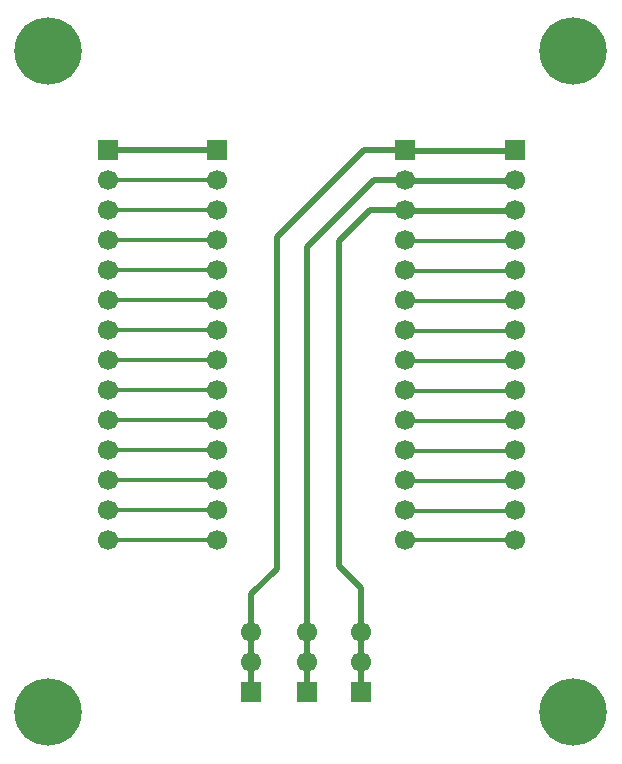
<source format=gbr>
%TF.GenerationSoftware,KiCad,Pcbnew,9.0.6*%
%TF.CreationDate,2025-12-16T16:23:58-03:00*%
%TF.ProjectId,shield teensy_v3,73686965-6c64-4207-9465-656e73795f76,rev?*%
%TF.SameCoordinates,Original*%
%TF.FileFunction,Copper,L1,Top*%
%TF.FilePolarity,Positive*%
%FSLAX46Y46*%
G04 Gerber Fmt 4.6, Leading zero omitted, Abs format (unit mm)*
G04 Created by KiCad (PCBNEW 9.0.6) date 2025-12-16 16:23:58*
%MOMM*%
%LPD*%
G01*
G04 APERTURE LIST*
%TA.AperFunction,ComponentPad*%
%ADD10R,1.700000X1.700000*%
%TD*%
%TA.AperFunction,ComponentPad*%
%ADD11C,1.700000*%
%TD*%
%TA.AperFunction,ComponentPad*%
%ADD12C,5.700000*%
%TD*%
%TA.AperFunction,Conductor*%
%ADD13C,0.500000*%
%TD*%
%TA.AperFunction,Conductor*%
%ADD14C,0.300000*%
%TD*%
G04 APERTURE END LIST*
D10*
%TO.P,J2,1,Pin_1*%
%TO.N,+5V*%
X180370000Y-77025000D03*
D11*
%TO.P,J2,2,Pin_2*%
%TO.N,GND1*%
X180370000Y-79565000D03*
%TO.P,J2,3,Pin_3*%
%TO.N,+3.3V*%
X180370000Y-82105000D03*
%TO.P,J2,4,Pin_4*%
%TO.N,Net-(J2-Pin_4)*%
X180370000Y-84645000D03*
%TO.P,J2,5,Pin_5*%
%TO.N,Net-(J2-Pin_5)*%
X180370000Y-87185000D03*
%TO.P,J2,6,Pin_6*%
%TO.N,Net-(J2-Pin_6)*%
X180370000Y-89725000D03*
%TO.P,J2,7,Pin_7*%
%TO.N,Net-(J2-Pin_7)*%
X180370000Y-92265000D03*
%TO.P,J2,8,Pin_8*%
%TO.N,Net-(J2-Pin_8)*%
X180370000Y-94805000D03*
%TO.P,J2,9,Pin_9*%
%TO.N,Net-(J2-Pin_9)*%
X180370000Y-97345000D03*
%TO.P,J2,10,Pin_10*%
%TO.N,Net-(J2-Pin_10)*%
X180370000Y-99885000D03*
%TO.P,J2,11,Pin_11*%
%TO.N,Net-(J2-Pin_11)*%
X180370000Y-102425000D03*
%TO.P,J2,12,Pin_12*%
%TO.N,Net-(J2-Pin_12)*%
X180370000Y-104965000D03*
%TO.P,J2,13,Pin_13*%
%TO.N,Net-(J2-Pin_13)*%
X180370000Y-107505000D03*
%TO.P,J2,14,Pin_14*%
%TO.N,Net-(J2-Pin_14)*%
X180370000Y-110045000D03*
%TD*%
D10*
%TO.P,J1,1,Pin_1*%
%TO.N,GND*%
X164456191Y-77025000D03*
D11*
%TO.P,J1,2,Pin_2*%
%TO.N,Net-(J1-Pin_2)*%
X164456191Y-79565000D03*
%TO.P,J1,3,Pin_3*%
%TO.N,Net-(J1-Pin_3)*%
X164456191Y-82105000D03*
%TO.P,J1,4,Pin_4*%
%TO.N,Net-(J1-Pin_4)*%
X164456191Y-84645000D03*
%TO.P,J1,5,Pin_5*%
%TO.N,Net-(J1-Pin_5)*%
X164456191Y-87185000D03*
%TO.P,J1,6,Pin_6*%
%TO.N,Net-(J1-Pin_6)*%
X164456191Y-89725000D03*
%TO.P,J1,7,Pin_7*%
%TO.N,Net-(J1-Pin_7)*%
X164456191Y-92265000D03*
%TO.P,J1,8,Pin_8*%
%TO.N,Net-(J1-Pin_8)*%
X164456191Y-94805000D03*
%TO.P,J1,9,Pin_9*%
%TO.N,Net-(J1-Pin_9)*%
X164456191Y-97345000D03*
%TO.P,J1,10,Pin_10*%
%TO.N,Net-(J1-Pin_10)*%
X164456191Y-99885000D03*
%TO.P,J1,11,Pin_11*%
%TO.N,Net-(J1-Pin_11)*%
X164456191Y-102425000D03*
%TO.P,J1,12,Pin_12*%
%TO.N,Net-(J1-Pin_12)*%
X164456191Y-104965000D03*
%TO.P,J1,13,Pin_13*%
%TO.N,Net-(J1-Pin_13)*%
X164456191Y-107505000D03*
%TO.P,J1,14,Pin_14*%
%TO.N,Net-(J1-Pin_14)*%
X164456191Y-110045000D03*
%TD*%
D10*
%TO.P,J6,1,Pin_1*%
%TO.N,+5V*%
X167390000Y-122940000D03*
D11*
%TO.P,J6,2,Pin_2*%
X167390000Y-120400000D03*
%TO.P,J6,3,Pin_3*%
X167390000Y-117860000D03*
%TD*%
D10*
%TO.P,J7,1,Pin_1*%
%TO.N,+3.3V*%
X176680000Y-122940000D03*
D11*
%TO.P,J7,2,Pin_2*%
X176680000Y-120400000D03*
%TO.P,J7,3,Pin_3*%
X176680000Y-117860000D03*
%TD*%
D10*
%TO.P,J5,1,Pin_1*%
%TO.N,GND1*%
X172080000Y-122940000D03*
D11*
%TO.P,J5,2,Pin_2*%
X172080000Y-120400000D03*
%TO.P,J5,3,Pin_3*%
X172080000Y-117860000D03*
%TD*%
D10*
%TO.P,J4,1,Pin_1*%
%TO.N,+5V*%
X189720715Y-77025000D03*
D11*
%TO.P,J4,2,Pin_2*%
%TO.N,GND1*%
X189720715Y-79565000D03*
%TO.P,J4,3,Pin_3*%
%TO.N,+3.3V*%
X189720715Y-82105000D03*
%TO.P,J4,4,Pin_4*%
%TO.N,Net-(J2-Pin_4)*%
X189720715Y-84645000D03*
%TO.P,J4,5,Pin_5*%
%TO.N,Net-(J2-Pin_5)*%
X189720715Y-87185000D03*
%TO.P,J4,6,Pin_6*%
%TO.N,Net-(J2-Pin_6)*%
X189720715Y-89725000D03*
%TO.P,J4,7,Pin_7*%
%TO.N,Net-(J2-Pin_7)*%
X189720715Y-92265000D03*
%TO.P,J4,8,Pin_8*%
%TO.N,Net-(J2-Pin_8)*%
X189720715Y-94805000D03*
%TO.P,J4,9,Pin_9*%
%TO.N,Net-(J2-Pin_9)*%
X189720715Y-97345000D03*
%TO.P,J4,10,Pin_10*%
%TO.N,Net-(J2-Pin_10)*%
X189720715Y-99885000D03*
%TO.P,J4,11,Pin_11*%
%TO.N,Net-(J2-Pin_11)*%
X189720715Y-102425000D03*
%TO.P,J4,12,Pin_12*%
%TO.N,Net-(J2-Pin_12)*%
X189720715Y-104965000D03*
%TO.P,J4,13,Pin_13*%
%TO.N,Net-(J2-Pin_13)*%
X189720715Y-107505000D03*
%TO.P,J4,14,Pin_14*%
%TO.N,Net-(J2-Pin_14)*%
X189720715Y-110045000D03*
%TD*%
D10*
%TO.P,J3,1,Pin_1*%
%TO.N,GND*%
X155241191Y-77025000D03*
D11*
%TO.P,J3,2,Pin_2*%
%TO.N,Net-(J1-Pin_2)*%
X155241191Y-79565000D03*
%TO.P,J3,3,Pin_3*%
%TO.N,Net-(J1-Pin_3)*%
X155241191Y-82105000D03*
%TO.P,J3,4,Pin_4*%
%TO.N,Net-(J1-Pin_4)*%
X155241191Y-84645000D03*
%TO.P,J3,5,Pin_5*%
%TO.N,Net-(J1-Pin_5)*%
X155241191Y-87185000D03*
%TO.P,J3,6,Pin_6*%
%TO.N,Net-(J1-Pin_6)*%
X155241191Y-89725000D03*
%TO.P,J3,7,Pin_7*%
%TO.N,Net-(J1-Pin_7)*%
X155241191Y-92265000D03*
%TO.P,J3,8,Pin_8*%
%TO.N,Net-(J1-Pin_8)*%
X155241191Y-94805000D03*
%TO.P,J3,9,Pin_9*%
%TO.N,Net-(J1-Pin_9)*%
X155241191Y-97345000D03*
%TO.P,J3,10,Pin_10*%
%TO.N,Net-(J1-Pin_10)*%
X155241191Y-99885000D03*
%TO.P,J3,11,Pin_11*%
%TO.N,Net-(J1-Pin_11)*%
X155241191Y-102425000D03*
%TO.P,J3,12,Pin_12*%
%TO.N,Net-(J1-Pin_12)*%
X155241191Y-104965000D03*
%TO.P,J3,13,Pin_13*%
%TO.N,Net-(J1-Pin_13)*%
X155241191Y-107505000D03*
%TO.P,J3,14,Pin_14*%
%TO.N,Net-(J1-Pin_14)*%
X155241191Y-110045000D03*
%TD*%
D12*
%TO.P,H4,1*%
%TO.N,N/C*%
X150210000Y-124650000D03*
%TD*%
%TO.P,H3,1*%
%TO.N,N/C*%
X194660000Y-124650000D03*
%TD*%
%TO.P,H2,1*%
%TO.N,N/C*%
X194660000Y-68710000D03*
%TD*%
%TO.P,H1,1*%
%TO.N,N/C*%
X150210000Y-68710000D03*
%TD*%
D13*
%TO.N,GND*%
X155241191Y-77025000D02*
X164456191Y-77025000D01*
D14*
%TO.N,Net-(J1-Pin_9)*%
X155241191Y-97345000D02*
X164456191Y-97345000D01*
%TO.N,Net-(J1-Pin_12)*%
X155241191Y-104965000D02*
X164456191Y-104965000D01*
%TO.N,Net-(J1-Pin_6)*%
X155241191Y-89725000D02*
X164456191Y-89725000D01*
%TO.N,Net-(J1-Pin_11)*%
X155241191Y-102425000D02*
X164456191Y-102425000D01*
%TO.N,Net-(J1-Pin_8)*%
X155241191Y-94805000D02*
X164456191Y-94805000D01*
%TO.N,Net-(J1-Pin_10)*%
X155241191Y-99885000D02*
X164456191Y-99885000D01*
D13*
%TO.N,+3.3V*%
X174800000Y-84740000D02*
X174800000Y-112240000D01*
X176680000Y-117860000D02*
X176680000Y-120400000D01*
X176680000Y-114120000D02*
X176680000Y-117860000D01*
X174800000Y-112240000D02*
X176680000Y-114120000D01*
X180370000Y-82105000D02*
X177435000Y-82105000D01*
X180370000Y-82180714D02*
X189720715Y-82180714D01*
X177435000Y-82105000D02*
X174800000Y-84740000D01*
X176680000Y-120400000D02*
X176680000Y-122940000D01*
D14*
%TO.N,Net-(J1-Pin_13)*%
X155241191Y-107505000D02*
X164456191Y-107505000D01*
%TO.N,Net-(J1-Pin_5)*%
X155241191Y-87185000D02*
X164456191Y-87185000D01*
D13*
%TO.N,GND1*%
X172080000Y-120400000D02*
X172080000Y-122940000D01*
X172080000Y-117860000D02*
X172080000Y-120400000D01*
X180370000Y-79565000D02*
X177765000Y-79565000D01*
X172080000Y-85250000D02*
X172080000Y-117860000D01*
X180370000Y-79640714D02*
X189720715Y-79640714D01*
X177765000Y-79565000D02*
X172080000Y-85250000D01*
%TO.N,+5V*%
X169570000Y-84400000D02*
X169570000Y-112500000D01*
X169570000Y-112500000D02*
X167390000Y-114680000D01*
X167390000Y-117860000D02*
X167390000Y-120400000D01*
X176945000Y-77025000D02*
X169570000Y-84400000D01*
X167390000Y-120400000D02*
X167390000Y-122940000D01*
X180370000Y-77025000D02*
X176945000Y-77025000D01*
X180370000Y-77100714D02*
X189720715Y-77100714D01*
X167390000Y-114680000D02*
X167390000Y-117860000D01*
D14*
%TO.N,Net-(J1-Pin_2)*%
X155241191Y-79565000D02*
X164456191Y-79565000D01*
%TO.N,Net-(J1-Pin_7)*%
X155241191Y-92265000D02*
X164456191Y-92265000D01*
%TO.N,Net-(J1-Pin_14)*%
X164456191Y-110045000D02*
X155241191Y-110045000D01*
%TO.N,Net-(J1-Pin_4)*%
X155241191Y-84645000D02*
X164456191Y-84645000D01*
%TO.N,Net-(J1-Pin_3)*%
X155241191Y-82105000D02*
X164456191Y-82105000D01*
%TO.N,Net-(J2-Pin_8)*%
X180370000Y-94880714D02*
X189720715Y-94880714D01*
%TO.N,Net-(J2-Pin_13)*%
X180370000Y-107580714D02*
X189720715Y-107580714D01*
%TO.N,Net-(J2-Pin_14)*%
X189720715Y-110045000D02*
X180370000Y-110045000D01*
%TO.N,Net-(J2-Pin_12)*%
X180370000Y-105040714D02*
X189720715Y-105040714D01*
%TO.N,Net-(J2-Pin_9)*%
X189720715Y-97420714D02*
X180370000Y-97420714D01*
%TO.N,Net-(J2-Pin_10)*%
X180370000Y-99960714D02*
X189720715Y-99960714D01*
%TO.N,Net-(J2-Pin_4)*%
X180370000Y-84720714D02*
X189720715Y-84720714D01*
%TO.N,Net-(J2-Pin_11)*%
X189720715Y-102500714D02*
X180370000Y-102500714D01*
%TO.N,Net-(J2-Pin_6)*%
X189720715Y-89800714D02*
X180370000Y-89800714D01*
%TO.N,Net-(J2-Pin_5)*%
X180370000Y-87260714D02*
X189720715Y-87260714D01*
%TO.N,Net-(J2-Pin_7)*%
X180370000Y-92340714D02*
X189720715Y-92340714D01*
%TD*%
M02*

</source>
